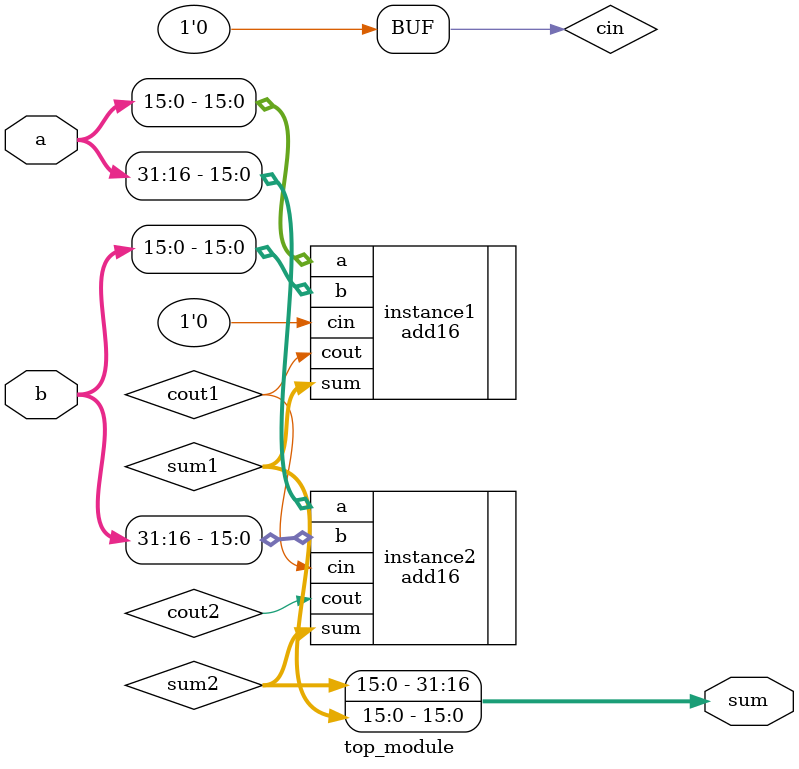
<source format=v>
module top_module(
    input [31:0] a,
    input [31:0] b,
    output [31:0] sum
);
    wire cin;
    wire [15:0] sum1,sum2;
    wire cout1,cout2;
    assign cin = 1'b0;
    add16 instance1 (.a(a[15:0]),.b(b[15:0]),.cin(cin),.sum(sum1),.cout(cout1));
    add16 instance2 (.a(a[31:16]),.b(b[31:16]),.cin(cout1),.sum(sum2),.cout(cout2));
    assign sum = {sum2,sum1};
    
endmodule

</source>
